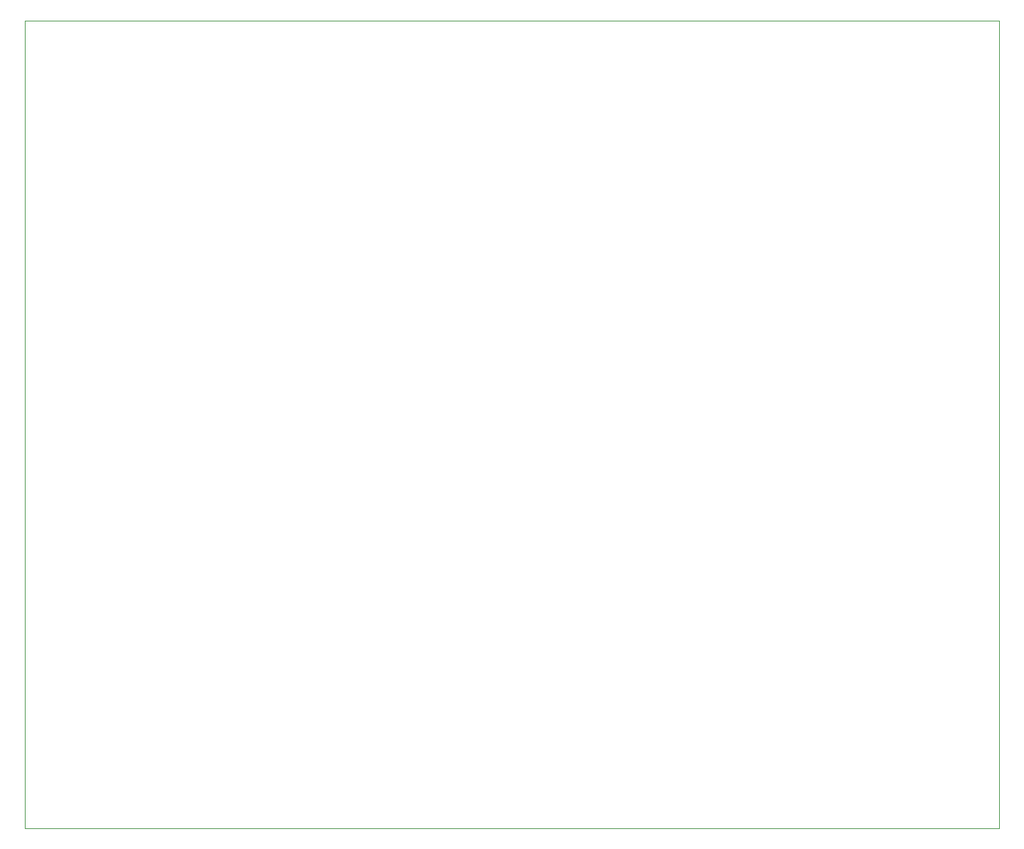
<source format=gbr>
%TF.GenerationSoftware,Novarm,DipTrace,4.3.0.4*%
%TF.CreationDate,2023-09-26T18:22:56+01:00*%
%FSLAX26Y26*%
%MOIN*%
%TF.FileFunction,Profile*%
%TF.Part,Single*%
%ADD10C,0.004724*%
G75*
G01*
%LPD*%
X597638Y4293701D2*
D10*
X5297638D1*
Y393701D1*
X597638D1*
Y4293701D1*
M02*

</source>
